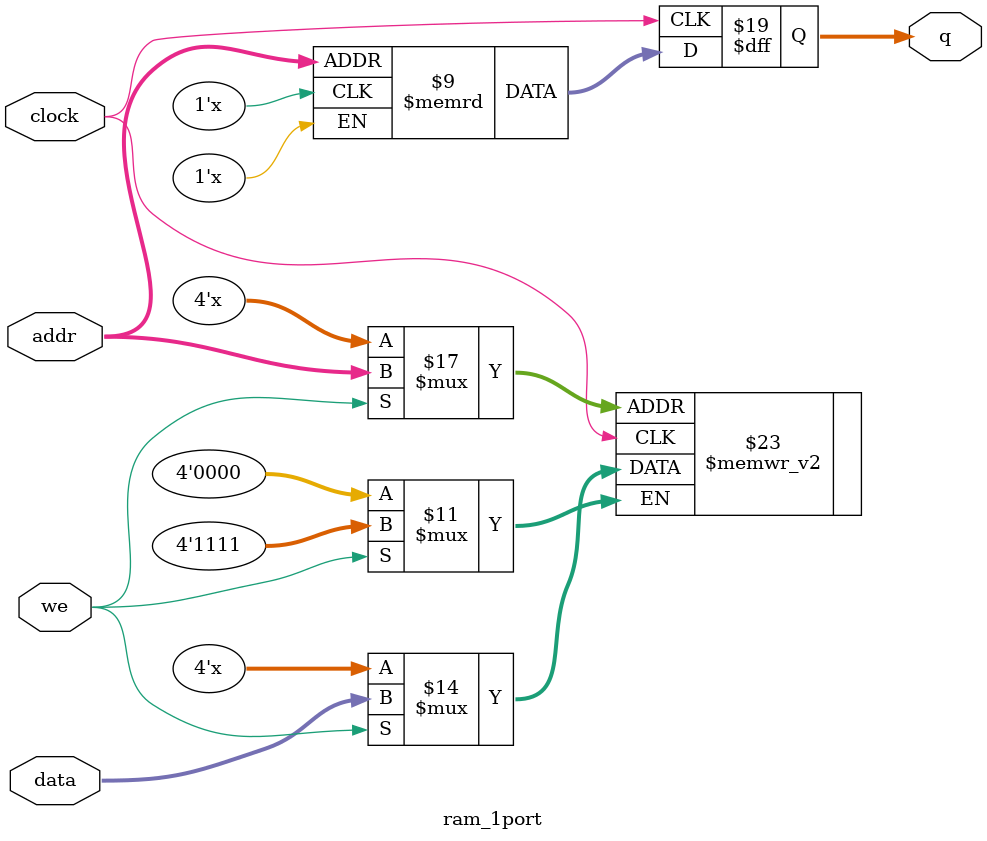
<source format=v>
module ram_1port(

  input [(4-1):0] data,
  input [(4-1):0] addr,
  input we, clock,
  //input [9:0]		SW,
  output reg [(4-1):0] q
);
parameter DATA_WIDTH = 4; parameter
ADDR_WIDTH = 4;
// Declare the RAM variable
//reg [(4-1):0] ram1[(2**4)-1:0];
//reg [(4-1):0] ram0[(2**4)-1:0];
/* synthesis ramstyle = "M9K" */
  reg [3:0] mem [15:0];//also found 127

    always @(posedge clock) 
	 begin
      if (we) begin
			mem[addr] <= data;
          //mem[address] <= data_in; // write
		end	 
			q <= mem[addr];
      //data_out <= mem[address]; // read
	 end


endmodule	 

</source>
